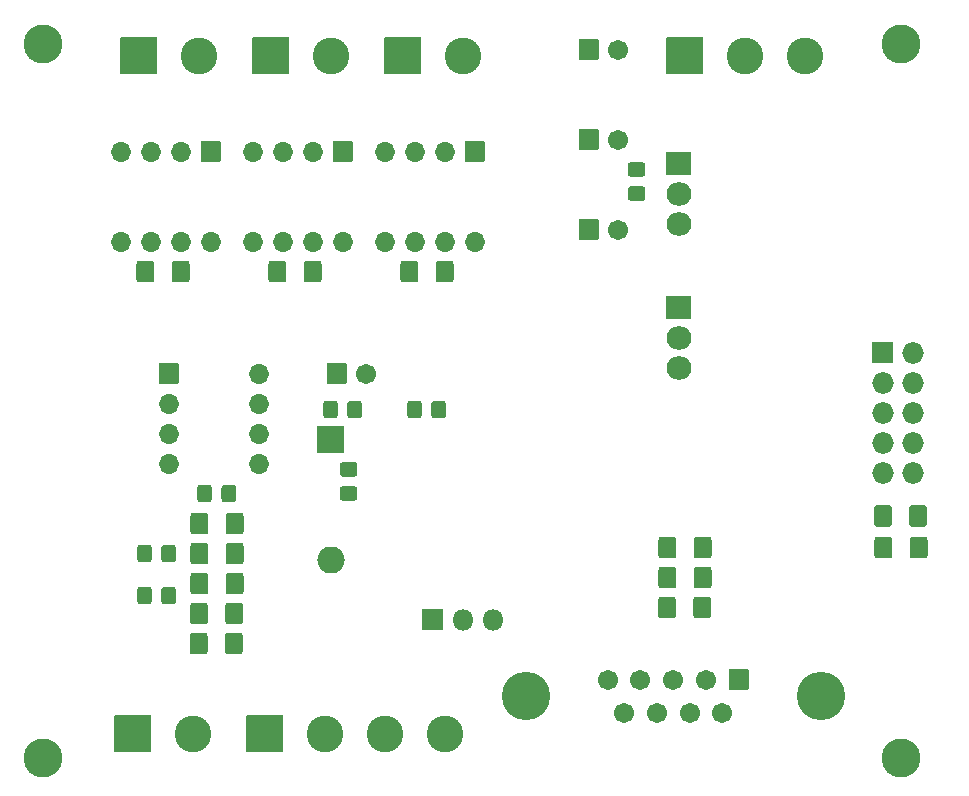
<source format=gbr>
G04 #@! TF.GenerationSoftware,KiCad,Pcbnew,(5.1.7)-1*
G04 #@! TF.CreationDate,2020-09-27T11:12:09+02:00*
G04 #@! TF.ProjectId,YAPSCO,59415053-434f-42e6-9b69-6361645f7063,rev?*
G04 #@! TF.SameCoordinates,PX6a95280PY86ae840*
G04 #@! TF.FileFunction,Soldermask,Bot*
G04 #@! TF.FilePolarity,Negative*
%FSLAX46Y46*%
G04 Gerber Fmt 4.6, Leading zero omitted, Abs format (unit mm)*
G04 Created by KiCad (PCBNEW (5.1.7)-1) date 2020-09-27 11:12:09*
%MOMM*%
%LPD*%
G01*
G04 APERTURE LIST*
%ADD10C,3.102000*%
%ADD11C,4.102000*%
%ADD12C,1.702000*%
%ADD13C,3.302000*%
%ADD14O,2.302000X2.302000*%
%ADD15O,1.802000X1.802000*%
%ADD16O,2.102000X2.007000*%
%ADD17O,1.702000X1.702000*%
%ADD18O,1.829200X1.829200*%
G04 APERTURE END LIST*
D10*
X17780000Y8636000D03*
G36*
G01*
X11149000Y7136000D02*
X11149000Y10136000D01*
G75*
G02*
X11200000Y10187000I51000J0D01*
G01*
X14200000Y10187000D01*
G75*
G02*
X14251000Y10136000I0J-51000D01*
G01*
X14251000Y7136000D01*
G75*
G02*
X14200000Y7085000I-51000J0D01*
G01*
X11200000Y7085000D01*
G75*
G02*
X11149000Y7136000I0J51000D01*
G01*
G37*
D11*
X70968000Y11788000D03*
X45968000Y11788000D03*
D12*
X54313000Y10368000D03*
X57083000Y10368000D03*
X59853000Y10368000D03*
X62623000Y10368000D03*
X52928000Y13208000D03*
X55698000Y13208000D03*
X58468000Y13208000D03*
X61238000Y13208000D03*
G36*
G01*
X63157000Y12408000D02*
X63157000Y14008000D01*
G75*
G02*
X63208000Y14059000I51000J0D01*
G01*
X64808000Y14059000D01*
G75*
G02*
X64859000Y14008000I0J-51000D01*
G01*
X64859000Y12408000D01*
G75*
G02*
X64808000Y12357000I-51000J0D01*
G01*
X63208000Y12357000D01*
G75*
G02*
X63157000Y12408000I0J51000D01*
G01*
G37*
D13*
X5080000Y6604000D03*
X5080000Y67056000D03*
X77724000Y6604000D03*
X77724000Y67056000D03*
G36*
G01*
X54893172Y54973000D02*
X55850828Y54973000D01*
G75*
G02*
X56123000Y54700828I0J-272172D01*
G01*
X56123000Y53993172D01*
G75*
G02*
X55850828Y53721000I-272172J0D01*
G01*
X54893172Y53721000D01*
G75*
G02*
X54621000Y53993172I0J272172D01*
G01*
X54621000Y54700828D01*
G75*
G02*
X54893172Y54973000I272172J0D01*
G01*
G37*
G36*
G01*
X54893172Y57023000D02*
X55850828Y57023000D01*
G75*
G02*
X56123000Y56750828I0J-272172D01*
G01*
X56123000Y56043172D01*
G75*
G02*
X55850828Y55771000I-272172J0D01*
G01*
X54893172Y55771000D01*
G75*
G02*
X54621000Y56043172I0J272172D01*
G01*
X54621000Y56750828D01*
G75*
G02*
X54893172Y57023000I272172J0D01*
G01*
G37*
G36*
G01*
X37991000Y35589172D02*
X37991000Y36546828D01*
G75*
G02*
X38263172Y36819000I272172J0D01*
G01*
X38970828Y36819000D01*
G75*
G02*
X39243000Y36546828I0J-272172D01*
G01*
X39243000Y35589172D01*
G75*
G02*
X38970828Y35317000I-272172J0D01*
G01*
X38263172Y35317000D01*
G75*
G02*
X37991000Y35589172I0J272172D01*
G01*
G37*
G36*
G01*
X35941000Y35589172D02*
X35941000Y36546828D01*
G75*
G02*
X36213172Y36819000I272172J0D01*
G01*
X36920828Y36819000D01*
G75*
G02*
X37193000Y36546828I0J-272172D01*
G01*
X37193000Y35589172D01*
G75*
G02*
X36920828Y35317000I-272172J0D01*
G01*
X36213172Y35317000D01*
G75*
G02*
X35941000Y35589172I0J272172D01*
G01*
G37*
G36*
G01*
X30879000Y35589172D02*
X30879000Y36546828D01*
G75*
G02*
X31151172Y36819000I272172J0D01*
G01*
X31858828Y36819000D01*
G75*
G02*
X32131000Y36546828I0J-272172D01*
G01*
X32131000Y35589172D01*
G75*
G02*
X31858828Y35317000I-272172J0D01*
G01*
X31151172Y35317000D01*
G75*
G02*
X30879000Y35589172I0J272172D01*
G01*
G37*
G36*
G01*
X28829000Y35589172D02*
X28829000Y36546828D01*
G75*
G02*
X29101172Y36819000I272172J0D01*
G01*
X29808828Y36819000D01*
G75*
G02*
X30081000Y36546828I0J-272172D01*
G01*
X30081000Y35589172D01*
G75*
G02*
X29808828Y35317000I-272172J0D01*
G01*
X29101172Y35317000D01*
G75*
G02*
X28829000Y35589172I0J272172D01*
G01*
G37*
D12*
X53808000Y51308000D03*
G36*
G01*
X50457000Y50508000D02*
X50457000Y52108000D01*
G75*
G02*
X50508000Y52159000I51000J0D01*
G01*
X52108000Y52159000D01*
G75*
G02*
X52159000Y52108000I0J-51000D01*
G01*
X52159000Y50508000D01*
G75*
G02*
X52108000Y50457000I-51000J0D01*
G01*
X50508000Y50457000D01*
G75*
G02*
X50457000Y50508000I0J51000D01*
G01*
G37*
G36*
G01*
X30509172Y29582000D02*
X31466828Y29582000D01*
G75*
G02*
X31739000Y29309828I0J-272172D01*
G01*
X31739000Y28602172D01*
G75*
G02*
X31466828Y28330000I-272172J0D01*
G01*
X30509172Y28330000D01*
G75*
G02*
X30237000Y28602172I0J272172D01*
G01*
X30237000Y29309828D01*
G75*
G02*
X30509172Y29582000I272172J0D01*
G01*
G37*
G36*
G01*
X30509172Y31632000D02*
X31466828Y31632000D01*
G75*
G02*
X31739000Y31359828I0J-272172D01*
G01*
X31739000Y30652172D01*
G75*
G02*
X31466828Y30380000I-272172J0D01*
G01*
X30509172Y30380000D01*
G75*
G02*
X30237000Y30652172I0J272172D01*
G01*
X30237000Y31359828D01*
G75*
G02*
X30509172Y31632000I272172J0D01*
G01*
G37*
G36*
G01*
X14333000Y24354828D02*
X14333000Y23397172D01*
G75*
G02*
X14060828Y23125000I-272172J0D01*
G01*
X13353172Y23125000D01*
G75*
G02*
X13081000Y23397172I0J272172D01*
G01*
X13081000Y24354828D01*
G75*
G02*
X13353172Y24627000I272172J0D01*
G01*
X14060828Y24627000D01*
G75*
G02*
X14333000Y24354828I0J-272172D01*
G01*
G37*
G36*
G01*
X16383000Y24354828D02*
X16383000Y23397172D01*
G75*
G02*
X16110828Y23125000I-272172J0D01*
G01*
X15403172Y23125000D01*
G75*
G02*
X15131000Y23397172I0J272172D01*
G01*
X15131000Y24354828D01*
G75*
G02*
X15403172Y24627000I272172J0D01*
G01*
X16110828Y24627000D01*
G75*
G02*
X16383000Y24354828I0J-272172D01*
G01*
G37*
G36*
G01*
X15131000Y19841172D02*
X15131000Y20798828D01*
G75*
G02*
X15403172Y21071000I272172J0D01*
G01*
X16110828Y21071000D01*
G75*
G02*
X16383000Y20798828I0J-272172D01*
G01*
X16383000Y19841172D01*
G75*
G02*
X16110828Y19569000I-272172J0D01*
G01*
X15403172Y19569000D01*
G75*
G02*
X15131000Y19841172I0J272172D01*
G01*
G37*
G36*
G01*
X13081000Y19841172D02*
X13081000Y20798828D01*
G75*
G02*
X13353172Y21071000I272172J0D01*
G01*
X14060828Y21071000D01*
G75*
G02*
X14333000Y20798828I0J-272172D01*
G01*
X14333000Y19841172D01*
G75*
G02*
X14060828Y19569000I-272172J0D01*
G01*
X13353172Y19569000D01*
G75*
G02*
X13081000Y19841172I0J272172D01*
G01*
G37*
G36*
G01*
X19422000Y29434828D02*
X19422000Y28477172D01*
G75*
G02*
X19149828Y28205000I-272172J0D01*
G01*
X18442172Y28205000D01*
G75*
G02*
X18170000Y28477172I0J272172D01*
G01*
X18170000Y29434828D01*
G75*
G02*
X18442172Y29707000I272172J0D01*
G01*
X19149828Y29707000D01*
G75*
G02*
X19422000Y29434828I0J-272172D01*
G01*
G37*
G36*
G01*
X21472000Y29434828D02*
X21472000Y28477172D01*
G75*
G02*
X21199828Y28205000I-272172J0D01*
G01*
X20492172Y28205000D01*
G75*
G02*
X20220000Y28477172I0J272172D01*
G01*
X20220000Y29434828D01*
G75*
G02*
X20492172Y29707000I272172J0D01*
G01*
X21199828Y29707000D01*
G75*
G02*
X21472000Y29434828I0J-272172D01*
G01*
G37*
X53808000Y66548000D03*
G36*
G01*
X50457000Y65748000D02*
X50457000Y67348000D01*
G75*
G02*
X50508000Y67399000I51000J0D01*
G01*
X52108000Y67399000D01*
G75*
G02*
X52159000Y67348000I0J-51000D01*
G01*
X52159000Y65748000D01*
G75*
G02*
X52108000Y65697000I-51000J0D01*
G01*
X50508000Y65697000D01*
G75*
G02*
X50457000Y65748000I0J51000D01*
G01*
G37*
X32472000Y39116000D03*
G36*
G01*
X29121000Y38316000D02*
X29121000Y39916000D01*
G75*
G02*
X29172000Y39967000I51000J0D01*
G01*
X30772000Y39967000D01*
G75*
G02*
X30823000Y39916000I0J-51000D01*
G01*
X30823000Y38316000D01*
G75*
G02*
X30772000Y38265000I-51000J0D01*
G01*
X29172000Y38265000D01*
G75*
G02*
X29121000Y38316000I0J51000D01*
G01*
G37*
X53808000Y58928000D03*
G36*
G01*
X50457000Y58128000D02*
X50457000Y59728000D01*
G75*
G02*
X50508000Y59779000I51000J0D01*
G01*
X52108000Y59779000D01*
G75*
G02*
X52159000Y59728000I0J-51000D01*
G01*
X52159000Y58128000D01*
G75*
G02*
X52108000Y58077000I-51000J0D01*
G01*
X50508000Y58077000D01*
G75*
G02*
X50457000Y58128000I0J51000D01*
G01*
G37*
D14*
X29464000Y23368000D03*
G36*
G01*
X28364000Y34679000D02*
X30564000Y34679000D01*
G75*
G02*
X30615000Y34628000I0J-51000D01*
G01*
X30615000Y32428000D01*
G75*
G02*
X30564000Y32377000I-51000J0D01*
G01*
X28364000Y32377000D01*
G75*
G02*
X28313000Y32428000I0J51000D01*
G01*
X28313000Y34628000D01*
G75*
G02*
X28364000Y34679000I51000J0D01*
G01*
G37*
D10*
X69596000Y66040000D03*
X64516000Y66040000D03*
G36*
G01*
X57885000Y64540000D02*
X57885000Y67540000D01*
G75*
G02*
X57936000Y67591000I51000J0D01*
G01*
X60936000Y67591000D01*
G75*
G02*
X60987000Y67540000I0J-51000D01*
G01*
X60987000Y64540000D01*
G75*
G02*
X60936000Y64489000I-51000J0D01*
G01*
X57936000Y64489000D01*
G75*
G02*
X57885000Y64540000I0J51000D01*
G01*
G37*
D15*
X43180000Y18288000D03*
X40640000Y18288000D03*
G36*
G01*
X38950000Y17387000D02*
X37250000Y17387000D01*
G75*
G02*
X37199000Y17438000I0J51000D01*
G01*
X37199000Y19138000D01*
G75*
G02*
X37250000Y19189000I51000J0D01*
G01*
X38950000Y19189000D01*
G75*
G02*
X39001000Y19138000I0J-51000D01*
G01*
X39001000Y17438000D01*
G75*
G02*
X38950000Y17387000I-51000J0D01*
G01*
G37*
D10*
X40640000Y66040000D03*
G36*
G01*
X34009000Y64540000D02*
X34009000Y67540000D01*
G75*
G02*
X34060000Y67591000I51000J0D01*
G01*
X37060000Y67591000D01*
G75*
G02*
X37111000Y67540000I0J-51000D01*
G01*
X37111000Y64540000D01*
G75*
G02*
X37060000Y64489000I-51000J0D01*
G01*
X34060000Y64489000D01*
G75*
G02*
X34009000Y64540000I0J51000D01*
G01*
G37*
X29464000Y66040000D03*
G36*
G01*
X22833000Y64540000D02*
X22833000Y67540000D01*
G75*
G02*
X22884000Y67591000I51000J0D01*
G01*
X25884000Y67591000D01*
G75*
G02*
X25935000Y67540000I0J-51000D01*
G01*
X25935000Y64540000D01*
G75*
G02*
X25884000Y64489000I-51000J0D01*
G01*
X22884000Y64489000D01*
G75*
G02*
X22833000Y64540000I0J51000D01*
G01*
G37*
X18288000Y66040000D03*
G36*
G01*
X11657000Y64540000D02*
X11657000Y67540000D01*
G75*
G02*
X11708000Y67591000I51000J0D01*
G01*
X14708000Y67591000D01*
G75*
G02*
X14759000Y67540000I0J-51000D01*
G01*
X14759000Y64540000D01*
G75*
G02*
X14708000Y64489000I-51000J0D01*
G01*
X11708000Y64489000D01*
G75*
G02*
X11657000Y64540000I0J51000D01*
G01*
G37*
X39116000Y8636000D03*
G36*
G01*
X22325000Y7136000D02*
X22325000Y10136000D01*
G75*
G02*
X22376000Y10187000I51000J0D01*
G01*
X25376000Y10187000D01*
G75*
G02*
X25427000Y10136000I0J-51000D01*
G01*
X25427000Y7136000D01*
G75*
G02*
X25376000Y7085000I-51000J0D01*
G01*
X22376000Y7085000D01*
G75*
G02*
X22325000Y7136000I0J51000D01*
G01*
G37*
X34036000Y8636000D03*
X28956000Y8636000D03*
G36*
G01*
X36904500Y48410106D02*
X36904500Y47093894D01*
G75*
G02*
X36636606Y46826000I-267894J0D01*
G01*
X35645394Y46826000D01*
G75*
G02*
X35377500Y47093894I0J267894D01*
G01*
X35377500Y48410106D01*
G75*
G02*
X35645394Y48678000I267894J0D01*
G01*
X36636606Y48678000D01*
G75*
G02*
X36904500Y48410106I0J-267894D01*
G01*
G37*
G36*
G01*
X39879500Y48410106D02*
X39879500Y47093894D01*
G75*
G02*
X39611606Y46826000I-267894J0D01*
G01*
X38620394Y46826000D01*
G75*
G02*
X38352500Y47093894I0J267894D01*
G01*
X38352500Y48410106D01*
G75*
G02*
X38620394Y48678000I267894J0D01*
G01*
X39611606Y48678000D01*
G75*
G02*
X39879500Y48410106I0J-267894D01*
G01*
G37*
G36*
G01*
X25728500Y48410106D02*
X25728500Y47093894D01*
G75*
G02*
X25460606Y46826000I-267894J0D01*
G01*
X24469394Y46826000D01*
G75*
G02*
X24201500Y47093894I0J267894D01*
G01*
X24201500Y48410106D01*
G75*
G02*
X24469394Y48678000I267894J0D01*
G01*
X25460606Y48678000D01*
G75*
G02*
X25728500Y48410106I0J-267894D01*
G01*
G37*
G36*
G01*
X28703500Y48410106D02*
X28703500Y47093894D01*
G75*
G02*
X28435606Y46826000I-267894J0D01*
G01*
X27444394Y46826000D01*
G75*
G02*
X27176500Y47093894I0J267894D01*
G01*
X27176500Y48410106D01*
G75*
G02*
X27444394Y48678000I267894J0D01*
G01*
X28435606Y48678000D01*
G75*
G02*
X28703500Y48410106I0J-267894D01*
G01*
G37*
G36*
G01*
X14552500Y48410106D02*
X14552500Y47093894D01*
G75*
G02*
X14284606Y46826000I-267894J0D01*
G01*
X13293394Y46826000D01*
G75*
G02*
X13025500Y47093894I0J267894D01*
G01*
X13025500Y48410106D01*
G75*
G02*
X13293394Y48678000I267894J0D01*
G01*
X14284606Y48678000D01*
G75*
G02*
X14552500Y48410106I0J-267894D01*
G01*
G37*
G36*
G01*
X17527500Y48410106D02*
X17527500Y47093894D01*
G75*
G02*
X17259606Y46826000I-267894J0D01*
G01*
X16268394Y46826000D01*
G75*
G02*
X16000500Y47093894I0J267894D01*
G01*
X16000500Y48410106D01*
G75*
G02*
X16268394Y48678000I267894J0D01*
G01*
X17259606Y48678000D01*
G75*
G02*
X17527500Y48410106I0J-267894D01*
G01*
G37*
G36*
G01*
X19051500Y16914106D02*
X19051500Y15597894D01*
G75*
G02*
X18783606Y15330000I-267894J0D01*
G01*
X17792394Y15330000D01*
G75*
G02*
X17524500Y15597894I0J267894D01*
G01*
X17524500Y16914106D01*
G75*
G02*
X17792394Y17182000I267894J0D01*
G01*
X18783606Y17182000D01*
G75*
G02*
X19051500Y16914106I0J-267894D01*
G01*
G37*
G36*
G01*
X22026500Y16914106D02*
X22026500Y15597894D01*
G75*
G02*
X21758606Y15330000I-267894J0D01*
G01*
X20767394Y15330000D01*
G75*
G02*
X20499500Y15597894I0J267894D01*
G01*
X20499500Y16914106D01*
G75*
G02*
X20767394Y17182000I267894J0D01*
G01*
X21758606Y17182000D01*
G75*
G02*
X22026500Y16914106I0J-267894D01*
G01*
G37*
G36*
G01*
X20536000Y18137894D02*
X20536000Y19454106D01*
G75*
G02*
X20803894Y19722000I267894J0D01*
G01*
X21795106Y19722000D01*
G75*
G02*
X22063000Y19454106I0J-267894D01*
G01*
X22063000Y18137894D01*
G75*
G02*
X21795106Y17870000I-267894J0D01*
G01*
X20803894Y17870000D01*
G75*
G02*
X20536000Y18137894I0J267894D01*
G01*
G37*
G36*
G01*
X17561000Y18137894D02*
X17561000Y19454106D01*
G75*
G02*
X17828894Y19722000I267894J0D01*
G01*
X18820106Y19722000D01*
G75*
G02*
X19088000Y19454106I0J-267894D01*
G01*
X19088000Y18137894D01*
G75*
G02*
X18820106Y17870000I-267894J0D01*
G01*
X17828894Y17870000D01*
G75*
G02*
X17561000Y18137894I0J267894D01*
G01*
G37*
G36*
G01*
X19124500Y21994106D02*
X19124500Y20677894D01*
G75*
G02*
X18856606Y20410000I-267894J0D01*
G01*
X17865394Y20410000D01*
G75*
G02*
X17597500Y20677894I0J267894D01*
G01*
X17597500Y21994106D01*
G75*
G02*
X17865394Y22262000I267894J0D01*
G01*
X18856606Y22262000D01*
G75*
G02*
X19124500Y21994106I0J-267894D01*
G01*
G37*
G36*
G01*
X22099500Y21994106D02*
X22099500Y20677894D01*
G75*
G02*
X21831606Y20410000I-267894J0D01*
G01*
X20840394Y20410000D01*
G75*
G02*
X20572500Y20677894I0J267894D01*
G01*
X20572500Y21994106D01*
G75*
G02*
X20840394Y22262000I267894J0D01*
G01*
X21831606Y22262000D01*
G75*
G02*
X22099500Y21994106I0J-267894D01*
G01*
G37*
G36*
G01*
X19124500Y24534106D02*
X19124500Y23217894D01*
G75*
G02*
X18856606Y22950000I-267894J0D01*
G01*
X17865394Y22950000D01*
G75*
G02*
X17597500Y23217894I0J267894D01*
G01*
X17597500Y24534106D01*
G75*
G02*
X17865394Y24802000I267894J0D01*
G01*
X18856606Y24802000D01*
G75*
G02*
X19124500Y24534106I0J-267894D01*
G01*
G37*
G36*
G01*
X22099500Y24534106D02*
X22099500Y23217894D01*
G75*
G02*
X21831606Y22950000I-267894J0D01*
G01*
X20840394Y22950000D01*
G75*
G02*
X20572500Y23217894I0J267894D01*
G01*
X20572500Y24534106D01*
G75*
G02*
X20840394Y24802000I267894J0D01*
G01*
X21831606Y24802000D01*
G75*
G02*
X22099500Y24534106I0J-267894D01*
G01*
G37*
G36*
G01*
X19124500Y27074106D02*
X19124500Y25757894D01*
G75*
G02*
X18856606Y25490000I-267894J0D01*
G01*
X17865394Y25490000D01*
G75*
G02*
X17597500Y25757894I0J267894D01*
G01*
X17597500Y27074106D01*
G75*
G02*
X17865394Y27342000I267894J0D01*
G01*
X18856606Y27342000D01*
G75*
G02*
X19124500Y27074106I0J-267894D01*
G01*
G37*
G36*
G01*
X22099500Y27074106D02*
X22099500Y25757894D01*
G75*
G02*
X21831606Y25490000I-267894J0D01*
G01*
X20840394Y25490000D01*
G75*
G02*
X20572500Y25757894I0J267894D01*
G01*
X20572500Y27074106D01*
G75*
G02*
X20840394Y27342000I267894J0D01*
G01*
X21831606Y27342000D01*
G75*
G02*
X22099500Y27074106I0J-267894D01*
G01*
G37*
G36*
G01*
X78448000Y26392894D02*
X78448000Y27709106D01*
G75*
G02*
X78715894Y27977000I267894J0D01*
G01*
X79707106Y27977000D01*
G75*
G02*
X79975000Y27709106I0J-267894D01*
G01*
X79975000Y26392894D01*
G75*
G02*
X79707106Y26125000I-267894J0D01*
G01*
X78715894Y26125000D01*
G75*
G02*
X78448000Y26392894I0J267894D01*
G01*
G37*
G36*
G01*
X75473000Y26392894D02*
X75473000Y27709106D01*
G75*
G02*
X75740894Y27977000I267894J0D01*
G01*
X76732106Y27977000D01*
G75*
G02*
X77000000Y27709106I0J-267894D01*
G01*
X77000000Y26392894D01*
G75*
G02*
X76732106Y26125000I-267894J0D01*
G01*
X75740894Y26125000D01*
G75*
G02*
X75473000Y26392894I0J267894D01*
G01*
G37*
G36*
G01*
X77036500Y25042106D02*
X77036500Y23725894D01*
G75*
G02*
X76768606Y23458000I-267894J0D01*
G01*
X75777394Y23458000D01*
G75*
G02*
X75509500Y23725894I0J267894D01*
G01*
X75509500Y25042106D01*
G75*
G02*
X75777394Y25310000I267894J0D01*
G01*
X76768606Y25310000D01*
G75*
G02*
X77036500Y25042106I0J-267894D01*
G01*
G37*
G36*
G01*
X80011500Y25042106D02*
X80011500Y23725894D01*
G75*
G02*
X79743606Y23458000I-267894J0D01*
G01*
X78752394Y23458000D01*
G75*
G02*
X78484500Y23725894I0J267894D01*
G01*
X78484500Y25042106D01*
G75*
G02*
X78752394Y25310000I267894J0D01*
G01*
X79743606Y25310000D01*
G75*
G02*
X80011500Y25042106I0J-267894D01*
G01*
G37*
G36*
G01*
X60196500Y23725894D02*
X60196500Y25042106D01*
G75*
G02*
X60464394Y25310000I267894J0D01*
G01*
X61455606Y25310000D01*
G75*
G02*
X61723500Y25042106I0J-267894D01*
G01*
X61723500Y23725894D01*
G75*
G02*
X61455606Y23458000I-267894J0D01*
G01*
X60464394Y23458000D01*
G75*
G02*
X60196500Y23725894I0J267894D01*
G01*
G37*
G36*
G01*
X57221500Y23725894D02*
X57221500Y25042106D01*
G75*
G02*
X57489394Y25310000I267894J0D01*
G01*
X58480606Y25310000D01*
G75*
G02*
X58748500Y25042106I0J-267894D01*
G01*
X58748500Y23725894D01*
G75*
G02*
X58480606Y23458000I-267894J0D01*
G01*
X57489394Y23458000D01*
G75*
G02*
X57221500Y23725894I0J267894D01*
G01*
G37*
G36*
G01*
X60196500Y21185894D02*
X60196500Y22502106D01*
G75*
G02*
X60464394Y22770000I267894J0D01*
G01*
X61455606Y22770000D01*
G75*
G02*
X61723500Y22502106I0J-267894D01*
G01*
X61723500Y21185894D01*
G75*
G02*
X61455606Y20918000I-267894J0D01*
G01*
X60464394Y20918000D01*
G75*
G02*
X60196500Y21185894I0J267894D01*
G01*
G37*
G36*
G01*
X57221500Y21185894D02*
X57221500Y22502106D01*
G75*
G02*
X57489394Y22770000I267894J0D01*
G01*
X58480606Y22770000D01*
G75*
G02*
X58748500Y22502106I0J-267894D01*
G01*
X58748500Y21185894D01*
G75*
G02*
X58480606Y20918000I-267894J0D01*
G01*
X57489394Y20918000D01*
G75*
G02*
X57221500Y21185894I0J267894D01*
G01*
G37*
G36*
G01*
X60160000Y18645894D02*
X60160000Y19962106D01*
G75*
G02*
X60427894Y20230000I267894J0D01*
G01*
X61419106Y20230000D01*
G75*
G02*
X61687000Y19962106I0J-267894D01*
G01*
X61687000Y18645894D01*
G75*
G02*
X61419106Y18378000I-267894J0D01*
G01*
X60427894Y18378000D01*
G75*
G02*
X60160000Y18645894I0J267894D01*
G01*
G37*
G36*
G01*
X57185000Y18645894D02*
X57185000Y19962106D01*
G75*
G02*
X57452894Y20230000I267894J0D01*
G01*
X58444106Y20230000D01*
G75*
G02*
X58712000Y19962106I0J-267894D01*
G01*
X58712000Y18645894D01*
G75*
G02*
X58444106Y18378000I-267894J0D01*
G01*
X57452894Y18378000D01*
G75*
G02*
X57185000Y18645894I0J267894D01*
G01*
G37*
D16*
X58928000Y39624000D03*
X58928000Y42164000D03*
G36*
G01*
X57928000Y45707500D02*
X59928000Y45707500D01*
G75*
G02*
X59979000Y45656500I0J-51000D01*
G01*
X59979000Y43751500D01*
G75*
G02*
X59928000Y43700500I-51000J0D01*
G01*
X57928000Y43700500D01*
G75*
G02*
X57877000Y43751500I0J51000D01*
G01*
X57877000Y45656500D01*
G75*
G02*
X57928000Y45707500I51000J0D01*
G01*
G37*
D17*
X41656000Y50292000D03*
X34036000Y57912000D03*
X39116000Y50292000D03*
X36576000Y57912000D03*
X36576000Y50292000D03*
X39116000Y57912000D03*
X34036000Y50292000D03*
G36*
G01*
X40856000Y58763000D02*
X42456000Y58763000D01*
G75*
G02*
X42507000Y58712000I0J-51000D01*
G01*
X42507000Y57112000D01*
G75*
G02*
X42456000Y57061000I-51000J0D01*
G01*
X40856000Y57061000D01*
G75*
G02*
X40805000Y57112000I0J51000D01*
G01*
X40805000Y58712000D01*
G75*
G02*
X40856000Y58763000I51000J0D01*
G01*
G37*
X30480000Y50292000D03*
X22860000Y57912000D03*
X27940000Y50292000D03*
X25400000Y57912000D03*
X25400000Y50292000D03*
X27940000Y57912000D03*
X22860000Y50292000D03*
G36*
G01*
X29680000Y58763000D02*
X31280000Y58763000D01*
G75*
G02*
X31331000Y58712000I0J-51000D01*
G01*
X31331000Y57112000D01*
G75*
G02*
X31280000Y57061000I-51000J0D01*
G01*
X29680000Y57061000D01*
G75*
G02*
X29629000Y57112000I0J51000D01*
G01*
X29629000Y58712000D01*
G75*
G02*
X29680000Y58763000I51000J0D01*
G01*
G37*
G36*
G01*
X18504000Y58763000D02*
X20104000Y58763000D01*
G75*
G02*
X20155000Y58712000I0J-51000D01*
G01*
X20155000Y57112000D01*
G75*
G02*
X20104000Y57061000I-51000J0D01*
G01*
X18504000Y57061000D01*
G75*
G02*
X18453000Y57112000I0J51000D01*
G01*
X18453000Y58712000D01*
G75*
G02*
X18504000Y58763000I51000J0D01*
G01*
G37*
X11684000Y50292000D03*
X16764000Y57912000D03*
X14224000Y50292000D03*
X14224000Y57912000D03*
X16764000Y50292000D03*
X11684000Y57912000D03*
X19304000Y50292000D03*
X23368000Y39116000D03*
X15748000Y31496000D03*
X23368000Y36576000D03*
X15748000Y34036000D03*
X23368000Y34036000D03*
X15748000Y36576000D03*
X23368000Y31496000D03*
G36*
G01*
X14897000Y38316000D02*
X14897000Y39916000D01*
G75*
G02*
X14948000Y39967000I51000J0D01*
G01*
X16548000Y39967000D01*
G75*
G02*
X16599000Y39916000I0J-51000D01*
G01*
X16599000Y38316000D01*
G75*
G02*
X16548000Y38265000I-51000J0D01*
G01*
X14948000Y38265000D01*
G75*
G02*
X14897000Y38316000I0J51000D01*
G01*
G37*
D16*
X58928000Y51816000D03*
X58928000Y54356000D03*
G36*
G01*
X57928000Y57899500D02*
X59928000Y57899500D01*
G75*
G02*
X59979000Y57848500I0J-51000D01*
G01*
X59979000Y55943500D01*
G75*
G02*
X59928000Y55892500I-51000J0D01*
G01*
X57928000Y55892500D01*
G75*
G02*
X57877000Y55943500I0J51000D01*
G01*
X57877000Y57848500D01*
G75*
G02*
X57928000Y57899500I51000J0D01*
G01*
G37*
G36*
G01*
X75285400Y40030400D02*
X75285400Y41757600D01*
G75*
G02*
X75336400Y41808600I51000J0D01*
G01*
X77063600Y41808600D01*
G75*
G02*
X77114600Y41757600I0J-51000D01*
G01*
X77114600Y40030400D01*
G75*
G02*
X77063600Y39979400I-51000J0D01*
G01*
X75336400Y39979400D01*
G75*
G02*
X75285400Y40030400I0J51000D01*
G01*
G37*
D18*
X78740000Y40894000D03*
X76200000Y38354000D03*
X78740000Y38354000D03*
X76200000Y35814000D03*
X78740000Y35814000D03*
X76200000Y33274000D03*
X78740000Y33274000D03*
X76200000Y30734000D03*
X78740000Y30734000D03*
M02*

</source>
